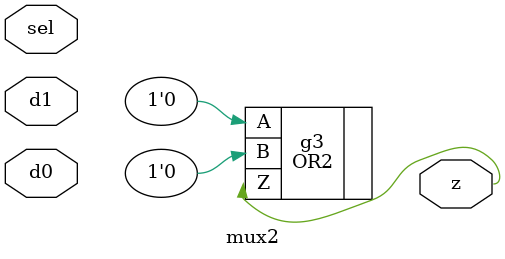
<source format=sv>
module mux2 (
    input logic d0,          // Data input 0
    input logic d1,          // Data input 1
    input logic sel,         // Select input
    output logic z           // Output
);

// Put your code here
// ------------------
parameter B = 0, C = 0, D = 0, E = 0, F = 0, G = 0;
localparam logic g1_out = 0, g2_out = 0, g4_out = 0, g5_out = 0, g6_out = 0, g7_out = 0, g8_out = 0;

OR2 #(.Tpdlh(D), .Tpdhl(E)) g1 (.Z(g1_out), .A(g4_out), .B(sel));
OR2 #(.Tpdlh(D), .Tpdhl(E)) g2 (.Z(g2_out), .A(g5_out), .B(g6_out));
OR2 #(.Tpdlh(D), .Tpdhl(E)) g3 (.Z(z), .A(g7_out), .B(g8_out));
NOT #(.Tpdlh(B), .Tpdhl(C)) g4 (.Z(g4_out), .A(d0));
NOT #(.Tpdlh(B), .Tpdhl(C)) g5 (.Z(g5_out), .A(d1));
NOT #(.Tpdlh(B), .Tpdhl(C)) g6 (.Z(g6_out), .A(sel));
NOT #(.Tpdlh(B), .Tpdhl(C)) g7 (.Z(g7_out), .A(g1_out));
NOT #(.Tpdlh(B), .Tpdhl(C)) g8 (.Z(g8_out), .A(g2_out));

// End of your code

endmodule

</source>
